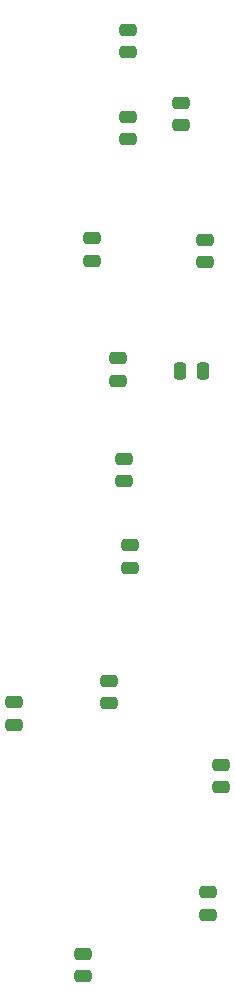
<source format=gbp>
%TF.GenerationSoftware,KiCad,Pcbnew,9.0.7*%
%TF.CreationDate,2026-01-29T18:23:37+02:00*%
%TF.ProjectId,HCP65 Kernal Mode,48435036-3520-44b6-9572-6e616c204d6f,V0*%
%TF.SameCoordinates,Original*%
%TF.FileFunction,Paste,Bot*%
%TF.FilePolarity,Positive*%
%FSLAX46Y46*%
G04 Gerber Fmt 4.6, Leading zero omitted, Abs format (unit mm)*
G04 Created by KiCad (PCBNEW 9.0.7) date 2026-01-29 18:23:37*
%MOMM*%
%LPD*%
G01*
G04 APERTURE LIST*
G04 Aperture macros list*
%AMRoundRect*
0 Rectangle with rounded corners*
0 $1 Rounding radius*
0 $2 $3 $4 $5 $6 $7 $8 $9 X,Y pos of 4 corners*
0 Add a 4 corners polygon primitive as box body*
4,1,4,$2,$3,$4,$5,$6,$7,$8,$9,$2,$3,0*
0 Add four circle primitives for the rounded corners*
1,1,$1+$1,$2,$3*
1,1,$1+$1,$4,$5*
1,1,$1+$1,$6,$7*
1,1,$1+$1,$8,$9*
0 Add four rect primitives between the rounded corners*
20,1,$1+$1,$2,$3,$4,$5,0*
20,1,$1+$1,$4,$5,$6,$7,0*
20,1,$1+$1,$6,$7,$8,$9,0*
20,1,$1+$1,$8,$9,$2,$3,0*%
G04 Aperture macros list end*
%ADD10RoundRect,0.250000X0.475000X-0.250000X0.475000X0.250000X-0.475000X0.250000X-0.475000X-0.250000X0*%
%ADD11RoundRect,0.250000X-0.475000X0.250000X-0.475000X-0.250000X0.475000X-0.250000X0.475000X0.250000X0*%
%ADD12RoundRect,0.250000X0.250000X0.475000X-0.250000X0.475000X-0.250000X-0.475000X0.250000X-0.475000X0*%
G04 APERTURE END LIST*
D10*
%TO.C,C14*%
X19050000Y-16428000D03*
X19050000Y-14528000D03*
%TD*%
%TO.C,C15*%
X12700000Y-42291000D03*
X12700000Y-40391000D03*
%TD*%
%TO.C,C12*%
X9525000Y-16301000D03*
X9525000Y-14401000D03*
%TD*%
%TO.C,C4*%
X11684000Y-26461000D03*
X11684000Y-24561000D03*
%TD*%
%TO.C,C7*%
X12573000Y-6014000D03*
X12573000Y-4114000D03*
%TD*%
%TO.C,C11*%
X12192000Y-34970000D03*
X12192000Y-33070000D03*
%TD*%
%TO.C,C5*%
X10922000Y-53766000D03*
X10922000Y-51866000D03*
%TD*%
%TO.C,C8*%
X20447000Y-60878000D03*
X20447000Y-58978000D03*
%TD*%
%TO.C,C2*%
X19304000Y-71673000D03*
X19304000Y-69773000D03*
%TD*%
%TO.C,C13*%
X17018000Y-4826000D03*
X17018000Y-2926000D03*
%TD*%
%TO.C,C1*%
X8763000Y-76880000D03*
X8763000Y-74980000D03*
%TD*%
D11*
%TO.C,C3*%
X2921000Y-53676000D03*
X2921000Y-55576000D03*
%TD*%
D12*
%TO.C,C16*%
X18866400Y-25654000D03*
X16966400Y-25654000D03*
%TD*%
D10*
%TO.C,C6*%
X12573000Y1352000D03*
X12573000Y3252000D03*
%TD*%
M02*

</source>
